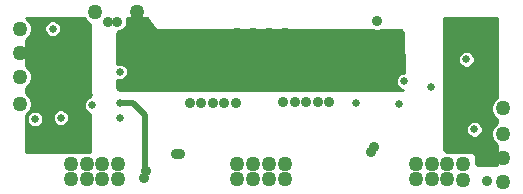
<source format=gbr>
G04 #@! TF.GenerationSoftware,KiCad,Pcbnew,(5.0.0)*
G04 #@! TF.CreationDate,2019-10-07T11:46:54-07:00*
G04 #@! TF.ProjectId,Buffer - Rev C,427566666572202D2052657620432E6B,rev?*
G04 #@! TF.SameCoordinates,Original*
G04 #@! TF.FileFunction,Copper,L2,Inr,Signal*
G04 #@! TF.FilePolarity,Positive*
%FSLAX46Y46*%
G04 Gerber Fmt 4.6, Leading zero omitted, Abs format (unit mm)*
G04 Created by KiCad (PCBNEW (5.0.0)) date 10/07/19 11:46:54*
%MOMM*%
%LPD*%
G01*
G04 APERTURE LIST*
G04 #@! TA.AperFunction,ViaPad*
%ADD10C,1.270000*%
G04 #@! TD*
G04 #@! TA.AperFunction,ViaPad*
%ADD11C,0.889000*%
G04 #@! TD*
G04 #@! TA.AperFunction,ViaPad*
%ADD12C,0.635000*%
G04 #@! TD*
G04 #@! TA.AperFunction,Conductor*
%ADD13C,0.508000*%
G04 #@! TD*
G04 #@! TA.AperFunction,Conductor*
%ADD14C,0.254000*%
G04 #@! TD*
G04 APERTURE END LIST*
D10*
G04 #@! TO.N,/Vc2Neg*
G04 #@! TO.C,TP2*
X21096200Y12300000D03*
G04 #@! TD*
G04 #@! TO.N,/Vc2Neg*
G04 #@! TO.C,TP2*
X19750000Y12300000D03*
G04 #@! TD*
G04 #@! TO.N,/Vc2Neg*
G04 #@! TO.C,TP1*
X9906000Y15494000D03*
G04 #@! TD*
G04 #@! TO.N,/Vc2Neg*
G04 #@! TO.C,TP2*
X18415000Y12334900D03*
G04 #@! TD*
G04 #@! TO.N,/Vc2Neg*
G04 #@! TO.C,TP2*
X18415000Y13604900D03*
G04 #@! TD*
G04 #@! TO.N,/Vc2Neg*
G04 #@! TO.C,TP2*
X22415500Y12334900D03*
G04 #@! TD*
G04 #@! TO.N,/Vc2Neg*
G04 #@! TO.C,TP2*
X21082000Y13604900D03*
G04 #@! TD*
G04 #@! TO.N,/Vc2Neg*
G04 #@! TO.C,TP2*
X22415500Y13604900D03*
G04 #@! TD*
G04 #@! TO.N,/Vc2Neg*
G04 #@! TO.C,TP2*
X19748500Y13604900D03*
G04 #@! TD*
G04 #@! TO.N,/Vc2Pos*
G04 #@! TO.C,TP2*
X21082000Y1397000D03*
G04 #@! TD*
G04 #@! TO.N,/Vc2Pos*
G04 #@! TO.C,TP2*
X22415500Y1397000D03*
G04 #@! TD*
G04 #@! TO.N,/LfNeg*
G04 #@! TO.C,TP2*
X8318500Y1397000D03*
G04 #@! TD*
G04 #@! TO.N,/CfNeg*
G04 #@! TO.C,TP2*
X37528500Y1320800D03*
G04 #@! TD*
G04 #@! TO.N,/CfNeg*
G04 #@! TO.C,TP2*
X36195000Y1397000D03*
G04 #@! TD*
G04 #@! TO.N,/CfNeg*
G04 #@! TO.C,TP2*
X33528000Y2667000D03*
G04 #@! TD*
G04 #@! TO.N,/CfNeg*
G04 #@! TO.C,TP2*
X33528000Y1397000D03*
G04 #@! TD*
G04 #@! TO.N,/CfNeg*
G04 #@! TO.C,TP2*
X36195000Y2667000D03*
G04 #@! TD*
G04 #@! TO.N,/CfNeg*
G04 #@! TO.C,TP2*
X34861500Y2667000D03*
G04 #@! TD*
G04 #@! TO.N,/CfNeg*
G04 #@! TO.C,TP2*
X34861500Y1397000D03*
G04 #@! TD*
G04 #@! TO.N,/CfNeg*
G04 #@! TO.C,TP2*
X37528500Y2667000D03*
G04 #@! TD*
G04 #@! TO.N,/PWM2*
G04 #@! TO.C,TP11*
X40894000Y7366000D03*
G04 #@! TD*
G04 #@! TO.N,/Vc2Pos*
G04 #@! TO.C,TP2*
X19748500Y1397000D03*
G04 #@! TD*
G04 #@! TO.N,/Vc2Pos*
G04 #@! TO.C,TP2*
X18415000Y1397000D03*
G04 #@! TD*
G04 #@! TO.N,/Vc2Pos*
G04 #@! TO.C,TP2*
X22415500Y2667000D03*
G04 #@! TD*
G04 #@! TO.N,/Vc2Pos*
G04 #@! TO.C,TP2*
X21082000Y2667000D03*
G04 #@! TD*
G04 #@! TO.N,/Vc2Pos*
G04 #@! TO.C,TP2*
X19748500Y2667000D03*
G04 #@! TD*
G04 #@! TO.N,/Vc2Pos*
G04 #@! TO.C,TP2*
X18415000Y2667000D03*
G04 #@! TD*
G04 #@! TO.N,/LfNeg*
G04 #@! TO.C,TP2*
X6985000Y2667000D03*
G04 #@! TD*
G04 #@! TO.N,/LfNeg*
G04 #@! TO.C,TP2*
X5651500Y2667000D03*
G04 #@! TD*
G04 #@! TO.N,/LfNeg*
G04 #@! TO.C,TP2*
X8318500Y2667000D03*
G04 #@! TD*
G04 #@! TO.N,/LfNeg*
G04 #@! TO.C,TP2*
X6985000Y1397000D03*
G04 #@! TD*
G04 #@! TO.N,/LfNeg*
G04 #@! TO.C,TP2*
X5651500Y1397000D03*
G04 #@! TD*
G04 #@! TO.N,/LfNeg*
G04 #@! TO.C,TP2*
X4318000Y2667000D03*
G04 #@! TD*
G04 #@! TO.N,/LfNeg*
G04 #@! TO.C,TP2*
X4318000Y1397000D03*
G04 #@! TD*
G04 #@! TO.N,/5.5V_Iso*
G04 #@! TO.C,TP15*
X6350000Y15494000D03*
G04 #@! TD*
G04 #@! TO.N,/5V*
G04 #@! TO.C,TP17*
X0Y14097000D03*
G04 #@! TD*
G04 #@! TO.N,/GNDI*
G04 #@! TO.C,TP5*
X40894000Y3175000D03*
G04 #@! TD*
G04 #@! TO.N,/EnableL2*
G04 #@! TO.C,TP9*
X40894000Y5207000D03*
G04 #@! TD*
G04 #@! TO.N,/EnableL1*
G04 #@! TO.C,TP6*
X0Y7731000D03*
G04 #@! TD*
G04 #@! TO.N,/5V*
G04 #@! TO.C,TP4*
X40894000Y1143000D03*
G04 #@! TD*
G04 #@! TO.N,/GNDI*
G04 #@! TO.C,TP3*
X0Y12065000D03*
G04 #@! TD*
G04 #@! TO.N,/PWMA1*
G04 #@! TO.C,TP2*
X0Y10033000D03*
G04 #@! TD*
D11*
G04 #@! TO.N,/Vc2Neg*
X28956000Y12598400D03*
D12*
G04 #@! TO.N,/GNDI*
X38912800Y11531600D03*
D11*
G04 #@! TO.N,/LfNeg*
X13208000Y3505200D03*
D12*
G04 #@! TO.N,/GNDI*
X2794000Y12954000D03*
X5842000Y8509000D03*
X37465000Y8418200D03*
X3276600Y8500000D03*
X2600000Y8813800D03*
X38921000Y9956800D03*
D11*
X38328600Y4216400D03*
X1651012Y11938000D03*
G04 #@! TO.N,/5V*
X39547800Y1193800D03*
D12*
X2768600Y14122400D03*
G04 #@! TO.N,/VDDB1*
X8500000Y7850000D03*
D11*
X10515600Y1473200D03*
X10693400Y2032000D03*
G04 #@! TO.N,/CfNeg*
X23266400Y7874000D03*
X26162000Y7874000D03*
X25196800Y7874000D03*
X24231600Y7874000D03*
X22301200Y7874000D03*
D12*
X28448000Y7823200D03*
D11*
X29972000Y4064000D03*
X29718000Y3683000D03*
D12*
X32105600Y7747000D03*
G04 #@! TO.N,/5V*
X3454400Y6578600D03*
X37795200Y11506200D03*
D11*
G04 #@! TO.N,/5.5V_Iso*
X30226000Y14732000D03*
X7416800Y14706600D03*
X8255000Y14706600D03*
D12*
X8432800Y10464800D03*
X32512000Y9652000D03*
D11*
G04 #@! TO.N,/LfNeg*
X16319500Y7823200D03*
X14389100Y7823200D03*
X18249900Y7823200D03*
X17284700Y7823200D03*
X15354300Y7823200D03*
D12*
X8509000Y6550000D03*
D11*
X13563600Y3505200D03*
D12*
G04 #@! TO.N,/Vc2Neg*
X8509000Y9144000D03*
D11*
X26949400Y12166600D03*
X9906000Y14097000D03*
X9906000Y13716006D03*
D12*
G04 #@! TO.N,/Enable1*
X1270000Y6477000D03*
X6096000Y7620000D03*
G04 #@! TO.N,/Enable2*
X38481000Y5588000D03*
X34798000Y9144000D03*
G04 #@! TD*
D13*
G04 #@! TO.N,/VDDB1*
X10604500Y2422025D02*
X10591800Y2434725D01*
X10604500Y1524000D02*
X10604500Y1524000D01*
X10591800Y2434725D02*
X10591800Y6807200D01*
X9549000Y7850000D02*
X8500000Y7850000D01*
X10591800Y6807200D02*
X9549000Y7850000D01*
X10604500Y1524000D02*
X10604500Y2422025D01*
X10591800Y2434725D02*
X10591800Y2434725D01*
G04 #@! TD*
D14*
G04 #@! TO.N,/GNDI*
G36*
X5488676Y14918482D02*
X5774482Y14632676D01*
X5969000Y14552104D01*
X5969000Y8318500D01*
X5957060Y8318500D01*
X5700332Y8212159D01*
X5503841Y8015668D01*
X5397500Y7758940D01*
X5397500Y7481060D01*
X5503841Y7224332D01*
X5700332Y7027841D01*
X5957060Y6921500D01*
X5969000Y6921500D01*
X5969000Y3683000D01*
X481000Y3683000D01*
X481000Y6615940D01*
X571500Y6615940D01*
X571500Y6338060D01*
X677841Y6081332D01*
X874332Y5884841D01*
X1131060Y5778500D01*
X1408940Y5778500D01*
X1665668Y5884841D01*
X1862159Y6081332D01*
X1968500Y6338060D01*
X1968500Y6615940D01*
X1926416Y6717540D01*
X2755900Y6717540D01*
X2755900Y6439660D01*
X2862241Y6182932D01*
X3058732Y5986441D01*
X3315460Y5880100D01*
X3593340Y5880100D01*
X3850068Y5986441D01*
X4046559Y6182932D01*
X4152900Y6439660D01*
X4152900Y6717540D01*
X4046559Y6974268D01*
X3850068Y7170759D01*
X3593340Y7277100D01*
X3315460Y7277100D01*
X3058732Y7170759D01*
X2862241Y6974268D01*
X2755900Y6717540D01*
X1926416Y6717540D01*
X1862159Y6872668D01*
X1665668Y7069159D01*
X1408940Y7175500D01*
X1131060Y7175500D01*
X874332Y7069159D01*
X677841Y6872668D01*
X571500Y6615940D01*
X481000Y6615940D01*
X481000Y6830526D01*
X575518Y6869676D01*
X861324Y7155482D01*
X1016000Y7528905D01*
X1016000Y7933095D01*
X861324Y8306518D01*
X575518Y8592324D01*
X481000Y8631474D01*
X481000Y9132526D01*
X575518Y9171676D01*
X861324Y9457482D01*
X1016000Y9830905D01*
X1016000Y10235095D01*
X861324Y10608518D01*
X575518Y10894324D01*
X481000Y10933474D01*
X481000Y13196526D01*
X575518Y13235676D01*
X861324Y13521482D01*
X1016000Y13894905D01*
X1016000Y14261340D01*
X2070100Y14261340D01*
X2070100Y13983460D01*
X2176441Y13726732D01*
X2372932Y13530241D01*
X2629660Y13423900D01*
X2907540Y13423900D01*
X3164268Y13530241D01*
X3360759Y13726732D01*
X3467100Y13983460D01*
X3467100Y14261340D01*
X3360759Y14518068D01*
X3164268Y14714559D01*
X2907540Y14820900D01*
X2629660Y14820900D01*
X2372932Y14714559D01*
X2176441Y14518068D01*
X2070100Y14261340D01*
X1016000Y14261340D01*
X1016000Y14299095D01*
X861324Y14672518D01*
X575518Y14958324D01*
X481000Y14997474D01*
X481000Y15013000D01*
X5449526Y15013000D01*
X5488676Y14918482D01*
X5488676Y14918482D01*
G37*
X5488676Y14918482D02*
X5774482Y14632676D01*
X5969000Y14552104D01*
X5969000Y8318500D01*
X5957060Y8318500D01*
X5700332Y8212159D01*
X5503841Y8015668D01*
X5397500Y7758940D01*
X5397500Y7481060D01*
X5503841Y7224332D01*
X5700332Y7027841D01*
X5957060Y6921500D01*
X5969000Y6921500D01*
X5969000Y3683000D01*
X481000Y3683000D01*
X481000Y6615940D01*
X571500Y6615940D01*
X571500Y6338060D01*
X677841Y6081332D01*
X874332Y5884841D01*
X1131060Y5778500D01*
X1408940Y5778500D01*
X1665668Y5884841D01*
X1862159Y6081332D01*
X1968500Y6338060D01*
X1968500Y6615940D01*
X1926416Y6717540D01*
X2755900Y6717540D01*
X2755900Y6439660D01*
X2862241Y6182932D01*
X3058732Y5986441D01*
X3315460Y5880100D01*
X3593340Y5880100D01*
X3850068Y5986441D01*
X4046559Y6182932D01*
X4152900Y6439660D01*
X4152900Y6717540D01*
X4046559Y6974268D01*
X3850068Y7170759D01*
X3593340Y7277100D01*
X3315460Y7277100D01*
X3058732Y7170759D01*
X2862241Y6974268D01*
X2755900Y6717540D01*
X1926416Y6717540D01*
X1862159Y6872668D01*
X1665668Y7069159D01*
X1408940Y7175500D01*
X1131060Y7175500D01*
X874332Y7069159D01*
X677841Y6872668D01*
X571500Y6615940D01*
X481000Y6615940D01*
X481000Y6830526D01*
X575518Y6869676D01*
X861324Y7155482D01*
X1016000Y7528905D01*
X1016000Y7933095D01*
X861324Y8306518D01*
X575518Y8592324D01*
X481000Y8631474D01*
X481000Y9132526D01*
X575518Y9171676D01*
X861324Y9457482D01*
X1016000Y9830905D01*
X1016000Y10235095D01*
X861324Y10608518D01*
X575518Y10894324D01*
X481000Y10933474D01*
X481000Y13196526D01*
X575518Y13235676D01*
X861324Y13521482D01*
X1016000Y13894905D01*
X1016000Y14261340D01*
X2070100Y14261340D01*
X2070100Y13983460D01*
X2176441Y13726732D01*
X2372932Y13530241D01*
X2629660Y13423900D01*
X2907540Y13423900D01*
X3164268Y13530241D01*
X3360759Y13726732D01*
X3467100Y13983460D01*
X3467100Y14261340D01*
X3360759Y14518068D01*
X3164268Y14714559D01*
X2907540Y14820900D01*
X2629660Y14820900D01*
X2372932Y14714559D01*
X2176441Y14518068D01*
X2070100Y14261340D01*
X1016000Y14261340D01*
X1016000Y14299095D01*
X861324Y14672518D01*
X575518Y14958324D01*
X481000Y14997474D01*
X481000Y15013000D01*
X5449526Y15013000D01*
X5488676Y14918482D01*
G36*
X40413001Y8266475D02*
X40318482Y8227324D01*
X40032676Y7941518D01*
X39878000Y7568095D01*
X39878000Y7163905D01*
X40032676Y6790482D01*
X40318482Y6504676D01*
X40413000Y6465525D01*
X40413000Y6107475D01*
X40318482Y6068324D01*
X40032676Y5782518D01*
X39878000Y5409095D01*
X39878000Y5004905D01*
X40032676Y4631482D01*
X40318482Y4345676D01*
X40413000Y4306525D01*
X40413000Y2540000D01*
X38823763Y2540000D01*
X38671196Y2603196D01*
X38608000Y2755763D01*
X38608000Y3238500D01*
X38598333Y3287101D01*
X38505339Y3511607D01*
X38477808Y3552809D01*
X38436607Y3580339D01*
X38212101Y3673333D01*
X38163500Y3683000D01*
X36154982Y3683000D01*
X36002789Y3745802D01*
X35939174Y3897655D01*
X35929392Y5726940D01*
X37782500Y5726940D01*
X37782500Y5449060D01*
X37888841Y5192332D01*
X38085332Y4995841D01*
X38342060Y4889500D01*
X38619940Y4889500D01*
X38876668Y4995841D01*
X39073159Y5192332D01*
X39179500Y5449060D01*
X39179500Y5726940D01*
X39073159Y5983668D01*
X38876668Y6180159D01*
X38619940Y6286500D01*
X38342060Y6286500D01*
X38085332Y6180159D01*
X37888841Y5983668D01*
X37782500Y5726940D01*
X35929392Y5726940D01*
X35897744Y11645140D01*
X37096700Y11645140D01*
X37096700Y11367260D01*
X37203041Y11110532D01*
X37399532Y10914041D01*
X37656260Y10807700D01*
X37934140Y10807700D01*
X38190868Y10914041D01*
X38387359Y11110532D01*
X38493700Y11367260D01*
X38493700Y11645140D01*
X38387359Y11901868D01*
X38190868Y12098359D01*
X37934140Y12204700D01*
X37656260Y12204700D01*
X37399532Y12098359D01*
X37203041Y11901868D01*
X37096700Y11645140D01*
X35897744Y11645140D01*
X35879733Y15013000D01*
X40413001Y15013000D01*
X40413001Y8266475D01*
X40413001Y8266475D01*
G37*
X40413001Y8266475D02*
X40318482Y8227324D01*
X40032676Y7941518D01*
X39878000Y7568095D01*
X39878000Y7163905D01*
X40032676Y6790482D01*
X40318482Y6504676D01*
X40413000Y6465525D01*
X40413000Y6107475D01*
X40318482Y6068324D01*
X40032676Y5782518D01*
X39878000Y5409095D01*
X39878000Y5004905D01*
X40032676Y4631482D01*
X40318482Y4345676D01*
X40413000Y4306525D01*
X40413000Y2540000D01*
X38823763Y2540000D01*
X38671196Y2603196D01*
X38608000Y2755763D01*
X38608000Y3238500D01*
X38598333Y3287101D01*
X38505339Y3511607D01*
X38477808Y3552809D01*
X38436607Y3580339D01*
X38212101Y3673333D01*
X38163500Y3683000D01*
X36154982Y3683000D01*
X36002789Y3745802D01*
X35939174Y3897655D01*
X35929392Y5726940D01*
X37782500Y5726940D01*
X37782500Y5449060D01*
X37888841Y5192332D01*
X38085332Y4995841D01*
X38342060Y4889500D01*
X38619940Y4889500D01*
X38876668Y4995841D01*
X39073159Y5192332D01*
X39179500Y5449060D01*
X39179500Y5726940D01*
X39073159Y5983668D01*
X38876668Y6180159D01*
X38619940Y6286500D01*
X38342060Y6286500D01*
X38085332Y6180159D01*
X37888841Y5983668D01*
X37782500Y5726940D01*
X35929392Y5726940D01*
X35897744Y11645140D01*
X37096700Y11645140D01*
X37096700Y11367260D01*
X37203041Y11110532D01*
X37399532Y10914041D01*
X37656260Y10807700D01*
X37934140Y10807700D01*
X38190868Y10914041D01*
X38387359Y11110532D01*
X38493700Y11367260D01*
X38493700Y11645140D01*
X38387359Y11901868D01*
X38190868Y12098359D01*
X37934140Y12204700D01*
X37656260Y12204700D01*
X37399532Y12098359D01*
X37203041Y11901868D01*
X37096700Y11645140D01*
X35897744Y11645140D01*
X35879733Y15013000D01*
X40413001Y15013000D01*
X40413001Y8266475D01*
G04 #@! TO.N,/Vc2Neg*
G36*
X11358907Y14154776D02*
X11404072Y14115949D01*
X11661734Y13983966D01*
X11719634Y13970000D01*
X29908494Y13970000D01*
X30061798Y13906500D01*
X30390202Y13906500D01*
X30543506Y13970000D01*
X32236692Y13970000D01*
X32388420Y13907680D01*
X32452542Y13756703D01*
X32493092Y10350500D01*
X32373060Y10350500D01*
X32116332Y10244159D01*
X31919841Y10047668D01*
X31813500Y9790940D01*
X31813500Y9513060D01*
X31919841Y9256332D01*
X32116332Y9059841D01*
X32373060Y8953500D01*
X32444262Y8953500D01*
X32292241Y8890000D01*
X15113796Y8890000D01*
X15112646Y8890002D01*
X8444611Y8914162D01*
X8292528Y8977641D01*
X8229600Y9129954D01*
X8229600Y9792918D01*
X8293860Y9766300D01*
X8571740Y9766300D01*
X8828468Y9872641D01*
X9024959Y10069132D01*
X9131300Y10325860D01*
X9131300Y10603740D01*
X9024959Y10860468D01*
X8828468Y11056959D01*
X8571740Y11163300D01*
X8293860Y11163300D01*
X8229600Y11136682D01*
X8229600Y13687476D01*
X8265323Y13817044D01*
X8303550Y13881100D01*
X8419202Y13881100D01*
X8722608Y14006774D01*
X8954826Y14238992D01*
X9080500Y14542398D01*
X9080500Y14870802D01*
X9021600Y15013000D01*
X10740986Y15013000D01*
X11358907Y14154776D01*
X11358907Y14154776D01*
G37*
X11358907Y14154776D02*
X11404072Y14115949D01*
X11661734Y13983966D01*
X11719634Y13970000D01*
X29908494Y13970000D01*
X30061798Y13906500D01*
X30390202Y13906500D01*
X30543506Y13970000D01*
X32236692Y13970000D01*
X32388420Y13907680D01*
X32452542Y13756703D01*
X32493092Y10350500D01*
X32373060Y10350500D01*
X32116332Y10244159D01*
X31919841Y10047668D01*
X31813500Y9790940D01*
X31813500Y9513060D01*
X31919841Y9256332D01*
X32116332Y9059841D01*
X32373060Y8953500D01*
X32444262Y8953500D01*
X32292241Y8890000D01*
X15113796Y8890000D01*
X15112646Y8890002D01*
X8444611Y8914162D01*
X8292528Y8977641D01*
X8229600Y9129954D01*
X8229600Y9792918D01*
X8293860Y9766300D01*
X8571740Y9766300D01*
X8828468Y9872641D01*
X9024959Y10069132D01*
X9131300Y10325860D01*
X9131300Y10603740D01*
X9024959Y10860468D01*
X8828468Y11056959D01*
X8571740Y11163300D01*
X8293860Y11163300D01*
X8229600Y11136682D01*
X8229600Y13687476D01*
X8265323Y13817044D01*
X8303550Y13881100D01*
X8419202Y13881100D01*
X8722608Y14006774D01*
X8954826Y14238992D01*
X9080500Y14542398D01*
X9080500Y14870802D01*
X9021600Y15013000D01*
X10740986Y15013000D01*
X11358907Y14154776D01*
G04 #@! TD*
M02*

</source>
